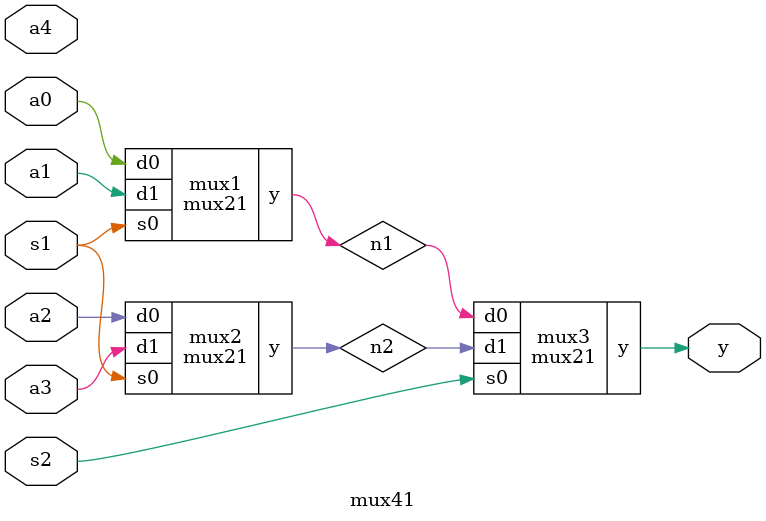
<source format=sv>
`timescale 1ns / 1ps
module mux21(input logic d0,d1,s0,
             output logic y);
assign y = ((d0 & ~s0) | (d1 & s0));                         
endmodule


module mux41( input logic a0,a1,a2,a3,a4,s1,s2,
              output logic y);
logic n1,n2;    
mux21 mux1( a0,a1,s1,n1);
mux21 mux2( a2,a3,s1,n2);
mux21 mux3(n1,n2,s2,y);
endmodule 


</source>
